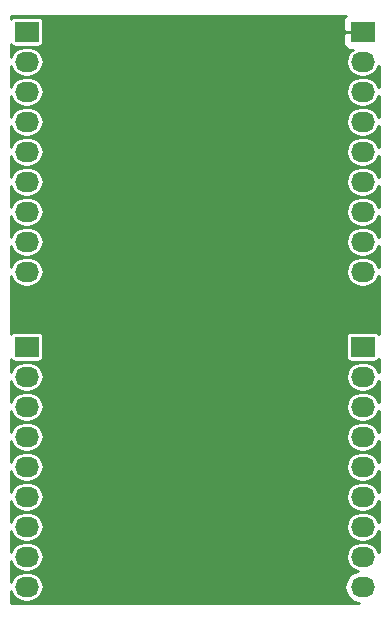
<source format=gbr>
G04 #@! TF.FileFunction,Copper,L2,Bot,Signal*
%FSLAX46Y46*%
G04 Gerber Fmt 4.6, Leading zero omitted, Abs format (unit mm)*
G04 Created by KiCad (PCBNEW (2015-07-25 BZR 5993)-product) date Fri 31 Jul 2015 06:39:50 PM PDT*
%MOMM*%
G01*
G04 APERTURE LIST*
%ADD10C,0.100000*%
%ADD11R,2.032000X1.727200*%
%ADD12O,2.032000X1.727200*%
%ADD13C,0.600000*%
%ADD14C,0.254000*%
G04 APERTURE END LIST*
D10*
D11*
X193294000Y-54356000D03*
D12*
X193294000Y-56896000D03*
X193294000Y-59436000D03*
X193294000Y-61976000D03*
X193294000Y-64516000D03*
X193294000Y-67056000D03*
X193294000Y-69596000D03*
X193294000Y-72136000D03*
X193294000Y-74676000D03*
D11*
X193294000Y-81026000D03*
D12*
X193294000Y-83566000D03*
X193294000Y-86106000D03*
X193294000Y-88646000D03*
X193294000Y-91186000D03*
X193294000Y-93726000D03*
X193294000Y-96266000D03*
X193294000Y-98806000D03*
X193294000Y-101346000D03*
D11*
X221742000Y-54356000D03*
D12*
X221742000Y-56896000D03*
X221742000Y-59436000D03*
X221742000Y-61976000D03*
X221742000Y-64516000D03*
X221742000Y-67056000D03*
X221742000Y-69596000D03*
X221742000Y-72136000D03*
X221742000Y-74676000D03*
D11*
X221742000Y-81026000D03*
D12*
X221742000Y-83566000D03*
X221742000Y-86106000D03*
X221742000Y-88646000D03*
X221742000Y-91186000D03*
X221742000Y-93726000D03*
X221742000Y-96266000D03*
X221742000Y-98806000D03*
X221742000Y-101346000D03*
D13*
X207010000Y-77978000D03*
X206502000Y-88646000D03*
X195834000Y-73914000D03*
X199136000Y-86614000D03*
D14*
G36*
X220187673Y-53132701D02*
X220091000Y-53366090D01*
X220091000Y-54184550D01*
X220249750Y-54343300D01*
X221729300Y-54343300D01*
X221729300Y-54323300D01*
X221754700Y-54323300D01*
X221754700Y-54343300D01*
X221774700Y-54343300D01*
X221774700Y-54368700D01*
X221754700Y-54368700D01*
X221754700Y-54388700D01*
X221729300Y-54388700D01*
X221729300Y-54368700D01*
X220249750Y-54368700D01*
X220091000Y-54527450D01*
X220091000Y-55345910D01*
X220187673Y-55579299D01*
X220366302Y-55757927D01*
X220599691Y-55854600D01*
X220923621Y-55854600D01*
X220682166Y-56015935D01*
X220412371Y-56419712D01*
X220317631Y-56896000D01*
X220412371Y-57372288D01*
X220682166Y-57776065D01*
X221085943Y-58045860D01*
X221562231Y-58140600D01*
X221921769Y-58140600D01*
X222398057Y-58045860D01*
X222801834Y-57776065D01*
X223071629Y-57372288D01*
X223089000Y-57284958D01*
X223089000Y-59047042D01*
X223071629Y-58959712D01*
X222801834Y-58555935D01*
X222398057Y-58286140D01*
X221921769Y-58191400D01*
X221562231Y-58191400D01*
X221085943Y-58286140D01*
X220682166Y-58555935D01*
X220412371Y-58959712D01*
X220317631Y-59436000D01*
X220412371Y-59912288D01*
X220682166Y-60316065D01*
X221085943Y-60585860D01*
X221562231Y-60680600D01*
X221921769Y-60680600D01*
X222398057Y-60585860D01*
X222801834Y-60316065D01*
X223071629Y-59912288D01*
X223089000Y-59824958D01*
X223089000Y-61587042D01*
X223071629Y-61499712D01*
X222801834Y-61095935D01*
X222398057Y-60826140D01*
X221921769Y-60731400D01*
X221562231Y-60731400D01*
X221085943Y-60826140D01*
X220682166Y-61095935D01*
X220412371Y-61499712D01*
X220317631Y-61976000D01*
X220412371Y-62452288D01*
X220682166Y-62856065D01*
X221085943Y-63125860D01*
X221562231Y-63220600D01*
X221921769Y-63220600D01*
X222398057Y-63125860D01*
X222801834Y-62856065D01*
X223071629Y-62452288D01*
X223089000Y-62364958D01*
X223089000Y-64127042D01*
X223071629Y-64039712D01*
X222801834Y-63635935D01*
X222398057Y-63366140D01*
X221921769Y-63271400D01*
X221562231Y-63271400D01*
X221085943Y-63366140D01*
X220682166Y-63635935D01*
X220412371Y-64039712D01*
X220317631Y-64516000D01*
X220412371Y-64992288D01*
X220682166Y-65396065D01*
X221085943Y-65665860D01*
X221562231Y-65760600D01*
X221921769Y-65760600D01*
X222398057Y-65665860D01*
X222801834Y-65396065D01*
X223071629Y-64992288D01*
X223089000Y-64904958D01*
X223089000Y-66667042D01*
X223071629Y-66579712D01*
X222801834Y-66175935D01*
X222398057Y-65906140D01*
X221921769Y-65811400D01*
X221562231Y-65811400D01*
X221085943Y-65906140D01*
X220682166Y-66175935D01*
X220412371Y-66579712D01*
X220317631Y-67056000D01*
X220412371Y-67532288D01*
X220682166Y-67936065D01*
X221085943Y-68205860D01*
X221562231Y-68300600D01*
X221921769Y-68300600D01*
X222398057Y-68205860D01*
X222801834Y-67936065D01*
X223071629Y-67532288D01*
X223089000Y-67444958D01*
X223089000Y-69207042D01*
X223071629Y-69119712D01*
X222801834Y-68715935D01*
X222398057Y-68446140D01*
X221921769Y-68351400D01*
X221562231Y-68351400D01*
X221085943Y-68446140D01*
X220682166Y-68715935D01*
X220412371Y-69119712D01*
X220317631Y-69596000D01*
X220412371Y-70072288D01*
X220682166Y-70476065D01*
X221085943Y-70745860D01*
X221562231Y-70840600D01*
X221921769Y-70840600D01*
X222398057Y-70745860D01*
X222801834Y-70476065D01*
X223071629Y-70072288D01*
X223089000Y-69984958D01*
X223089000Y-71747042D01*
X223071629Y-71659712D01*
X222801834Y-71255935D01*
X222398057Y-70986140D01*
X221921769Y-70891400D01*
X221562231Y-70891400D01*
X221085943Y-70986140D01*
X220682166Y-71255935D01*
X220412371Y-71659712D01*
X220317631Y-72136000D01*
X220412371Y-72612288D01*
X220682166Y-73016065D01*
X221085943Y-73285860D01*
X221562231Y-73380600D01*
X221921769Y-73380600D01*
X222398057Y-73285860D01*
X222801834Y-73016065D01*
X223071629Y-72612288D01*
X223089000Y-72524958D01*
X223089000Y-74287042D01*
X223071629Y-74199712D01*
X222801834Y-73795935D01*
X222398057Y-73526140D01*
X221921769Y-73431400D01*
X221562231Y-73431400D01*
X221085943Y-73526140D01*
X220682166Y-73795935D01*
X220412371Y-74199712D01*
X220317631Y-74676000D01*
X220412371Y-75152288D01*
X220682166Y-75556065D01*
X221085943Y-75825860D01*
X221562231Y-75920600D01*
X221921769Y-75920600D01*
X222398057Y-75825860D01*
X222801834Y-75556065D01*
X223071629Y-75152288D01*
X223089000Y-75064958D01*
X223089000Y-79972556D01*
X223034404Y-79889444D01*
X222907784Y-79803974D01*
X222758000Y-79773936D01*
X220726000Y-79773936D01*
X220580726Y-79802122D01*
X220453044Y-79885996D01*
X220367574Y-80012616D01*
X220337536Y-80162400D01*
X220337536Y-81889600D01*
X220365722Y-82034874D01*
X220449596Y-82162556D01*
X220576216Y-82248026D01*
X220726000Y-82278064D01*
X222758000Y-82278064D01*
X222903274Y-82249878D01*
X223030956Y-82166004D01*
X223089000Y-82080014D01*
X223089000Y-83177042D01*
X223071629Y-83089712D01*
X222801834Y-82685935D01*
X222398057Y-82416140D01*
X221921769Y-82321400D01*
X221562231Y-82321400D01*
X221085943Y-82416140D01*
X220682166Y-82685935D01*
X220412371Y-83089712D01*
X220317631Y-83566000D01*
X220412371Y-84042288D01*
X220682166Y-84446065D01*
X221085943Y-84715860D01*
X221562231Y-84810600D01*
X221921769Y-84810600D01*
X222398057Y-84715860D01*
X222801834Y-84446065D01*
X223071629Y-84042288D01*
X223089000Y-83954958D01*
X223089000Y-85717042D01*
X223071629Y-85629712D01*
X222801834Y-85225935D01*
X222398057Y-84956140D01*
X221921769Y-84861400D01*
X221562231Y-84861400D01*
X221085943Y-84956140D01*
X220682166Y-85225935D01*
X220412371Y-85629712D01*
X220317631Y-86106000D01*
X220412371Y-86582288D01*
X220682166Y-86986065D01*
X221085943Y-87255860D01*
X221562231Y-87350600D01*
X221921769Y-87350600D01*
X222398057Y-87255860D01*
X222801834Y-86986065D01*
X223071629Y-86582288D01*
X223089000Y-86494958D01*
X223089000Y-88257042D01*
X223071629Y-88169712D01*
X222801834Y-87765935D01*
X222398057Y-87496140D01*
X221921769Y-87401400D01*
X221562231Y-87401400D01*
X221085943Y-87496140D01*
X220682166Y-87765935D01*
X220412371Y-88169712D01*
X220317631Y-88646000D01*
X220412371Y-89122288D01*
X220682166Y-89526065D01*
X221085943Y-89795860D01*
X221562231Y-89890600D01*
X221921769Y-89890600D01*
X222398057Y-89795860D01*
X222801834Y-89526065D01*
X223071629Y-89122288D01*
X223089000Y-89034958D01*
X223089000Y-90797042D01*
X223071629Y-90709712D01*
X222801834Y-90305935D01*
X222398057Y-90036140D01*
X221921769Y-89941400D01*
X221562231Y-89941400D01*
X221085943Y-90036140D01*
X220682166Y-90305935D01*
X220412371Y-90709712D01*
X220317631Y-91186000D01*
X220412371Y-91662288D01*
X220682166Y-92066065D01*
X221085943Y-92335860D01*
X221562231Y-92430600D01*
X221921769Y-92430600D01*
X222398057Y-92335860D01*
X222801834Y-92066065D01*
X223071629Y-91662288D01*
X223089000Y-91574958D01*
X223089000Y-93337042D01*
X223071629Y-93249712D01*
X222801834Y-92845935D01*
X222398057Y-92576140D01*
X221921769Y-92481400D01*
X221562231Y-92481400D01*
X221085943Y-92576140D01*
X220682166Y-92845935D01*
X220412371Y-93249712D01*
X220317631Y-93726000D01*
X220412371Y-94202288D01*
X220682166Y-94606065D01*
X221085943Y-94875860D01*
X221562231Y-94970600D01*
X221921769Y-94970600D01*
X222398057Y-94875860D01*
X222801834Y-94606065D01*
X223071629Y-94202288D01*
X223089000Y-94114958D01*
X223089000Y-95877042D01*
X223071629Y-95789712D01*
X222801834Y-95385935D01*
X222398057Y-95116140D01*
X221921769Y-95021400D01*
X221562231Y-95021400D01*
X221085943Y-95116140D01*
X220682166Y-95385935D01*
X220412371Y-95789712D01*
X220317631Y-96266000D01*
X220412371Y-96742288D01*
X220682166Y-97146065D01*
X221085943Y-97415860D01*
X221562231Y-97510600D01*
X221921769Y-97510600D01*
X222398057Y-97415860D01*
X222801834Y-97146065D01*
X223071629Y-96742288D01*
X223089000Y-96654958D01*
X223089000Y-98417042D01*
X223071629Y-98329712D01*
X222801834Y-97925935D01*
X222398057Y-97656140D01*
X221921769Y-97561400D01*
X221562231Y-97561400D01*
X221085943Y-97656140D01*
X220682166Y-97925935D01*
X220412371Y-98329712D01*
X220317631Y-98806000D01*
X220412371Y-99282288D01*
X220682166Y-99686065D01*
X221085943Y-99955860D01*
X221369446Y-100012252D01*
X221034854Y-100078807D01*
X220589875Y-100376132D01*
X220292550Y-100821111D01*
X220188143Y-101346000D01*
X220292550Y-101870889D01*
X220589875Y-102315868D01*
X221034854Y-102613193D01*
X221436071Y-102693000D01*
X191947000Y-102693000D01*
X191947000Y-101734958D01*
X191964371Y-101822288D01*
X192234166Y-102226065D01*
X192637943Y-102495860D01*
X193114231Y-102590600D01*
X193473769Y-102590600D01*
X193950057Y-102495860D01*
X194353834Y-102226065D01*
X194623629Y-101822288D01*
X194718369Y-101346000D01*
X194623629Y-100869712D01*
X194353834Y-100465935D01*
X193950057Y-100196140D01*
X193473769Y-100101400D01*
X193114231Y-100101400D01*
X192637943Y-100196140D01*
X192234166Y-100465935D01*
X191964371Y-100869712D01*
X191947000Y-100957042D01*
X191947000Y-99194958D01*
X191964371Y-99282288D01*
X192234166Y-99686065D01*
X192637943Y-99955860D01*
X193114231Y-100050600D01*
X193473769Y-100050600D01*
X193950057Y-99955860D01*
X194353834Y-99686065D01*
X194623629Y-99282288D01*
X194718369Y-98806000D01*
X194623629Y-98329712D01*
X194353834Y-97925935D01*
X193950057Y-97656140D01*
X193473769Y-97561400D01*
X193114231Y-97561400D01*
X192637943Y-97656140D01*
X192234166Y-97925935D01*
X191964371Y-98329712D01*
X191947000Y-98417042D01*
X191947000Y-96654958D01*
X191964371Y-96742288D01*
X192234166Y-97146065D01*
X192637943Y-97415860D01*
X193114231Y-97510600D01*
X193473769Y-97510600D01*
X193950057Y-97415860D01*
X194353834Y-97146065D01*
X194623629Y-96742288D01*
X194718369Y-96266000D01*
X194623629Y-95789712D01*
X194353834Y-95385935D01*
X193950057Y-95116140D01*
X193473769Y-95021400D01*
X193114231Y-95021400D01*
X192637943Y-95116140D01*
X192234166Y-95385935D01*
X191964371Y-95789712D01*
X191947000Y-95877042D01*
X191947000Y-94114958D01*
X191964371Y-94202288D01*
X192234166Y-94606065D01*
X192637943Y-94875860D01*
X193114231Y-94970600D01*
X193473769Y-94970600D01*
X193950057Y-94875860D01*
X194353834Y-94606065D01*
X194623629Y-94202288D01*
X194718369Y-93726000D01*
X194623629Y-93249712D01*
X194353834Y-92845935D01*
X193950057Y-92576140D01*
X193473769Y-92481400D01*
X193114231Y-92481400D01*
X192637943Y-92576140D01*
X192234166Y-92845935D01*
X191964371Y-93249712D01*
X191947000Y-93337042D01*
X191947000Y-91574958D01*
X191964371Y-91662288D01*
X192234166Y-92066065D01*
X192637943Y-92335860D01*
X193114231Y-92430600D01*
X193473769Y-92430600D01*
X193950057Y-92335860D01*
X194353834Y-92066065D01*
X194623629Y-91662288D01*
X194718369Y-91186000D01*
X194623629Y-90709712D01*
X194353834Y-90305935D01*
X193950057Y-90036140D01*
X193473769Y-89941400D01*
X193114231Y-89941400D01*
X192637943Y-90036140D01*
X192234166Y-90305935D01*
X191964371Y-90709712D01*
X191947000Y-90797042D01*
X191947000Y-89034958D01*
X191964371Y-89122288D01*
X192234166Y-89526065D01*
X192637943Y-89795860D01*
X193114231Y-89890600D01*
X193473769Y-89890600D01*
X193950057Y-89795860D01*
X194353834Y-89526065D01*
X194623629Y-89122288D01*
X194718369Y-88646000D01*
X194623629Y-88169712D01*
X194353834Y-87765935D01*
X193950057Y-87496140D01*
X193473769Y-87401400D01*
X193114231Y-87401400D01*
X192637943Y-87496140D01*
X192234166Y-87765935D01*
X191964371Y-88169712D01*
X191947000Y-88257042D01*
X191947000Y-86494958D01*
X191964371Y-86582288D01*
X192234166Y-86986065D01*
X192637943Y-87255860D01*
X193114231Y-87350600D01*
X193473769Y-87350600D01*
X193950057Y-87255860D01*
X194353834Y-86986065D01*
X194623629Y-86582288D01*
X194718369Y-86106000D01*
X194623629Y-85629712D01*
X194353834Y-85225935D01*
X193950057Y-84956140D01*
X193473769Y-84861400D01*
X193114231Y-84861400D01*
X192637943Y-84956140D01*
X192234166Y-85225935D01*
X191964371Y-85629712D01*
X191947000Y-85717042D01*
X191947000Y-83954958D01*
X191964371Y-84042288D01*
X192234166Y-84446065D01*
X192637943Y-84715860D01*
X193114231Y-84810600D01*
X193473769Y-84810600D01*
X193950057Y-84715860D01*
X194353834Y-84446065D01*
X194623629Y-84042288D01*
X194718369Y-83566000D01*
X194623629Y-83089712D01*
X194353834Y-82685935D01*
X193950057Y-82416140D01*
X193473769Y-82321400D01*
X193114231Y-82321400D01*
X192637943Y-82416140D01*
X192234166Y-82685935D01*
X191964371Y-83089712D01*
X191947000Y-83177042D01*
X191947000Y-82079444D01*
X192001596Y-82162556D01*
X192128216Y-82248026D01*
X192278000Y-82278064D01*
X194310000Y-82278064D01*
X194455274Y-82249878D01*
X194582956Y-82166004D01*
X194668426Y-82039384D01*
X194698464Y-81889600D01*
X194698464Y-80162400D01*
X194670278Y-80017126D01*
X194586404Y-79889444D01*
X194459784Y-79803974D01*
X194310000Y-79773936D01*
X192278000Y-79773936D01*
X192132726Y-79802122D01*
X192005044Y-79885996D01*
X191947000Y-79971986D01*
X191947000Y-75064958D01*
X191964371Y-75152288D01*
X192234166Y-75556065D01*
X192637943Y-75825860D01*
X193114231Y-75920600D01*
X193473769Y-75920600D01*
X193950057Y-75825860D01*
X194353834Y-75556065D01*
X194623629Y-75152288D01*
X194718369Y-74676000D01*
X194623629Y-74199712D01*
X194353834Y-73795935D01*
X193950057Y-73526140D01*
X193473769Y-73431400D01*
X193114231Y-73431400D01*
X192637943Y-73526140D01*
X192234166Y-73795935D01*
X191964371Y-74199712D01*
X191947000Y-74287042D01*
X191947000Y-72524958D01*
X191964371Y-72612288D01*
X192234166Y-73016065D01*
X192637943Y-73285860D01*
X193114231Y-73380600D01*
X193473769Y-73380600D01*
X193950057Y-73285860D01*
X194353834Y-73016065D01*
X194623629Y-72612288D01*
X194718369Y-72136000D01*
X194623629Y-71659712D01*
X194353834Y-71255935D01*
X193950057Y-70986140D01*
X193473769Y-70891400D01*
X193114231Y-70891400D01*
X192637943Y-70986140D01*
X192234166Y-71255935D01*
X191964371Y-71659712D01*
X191947000Y-71747042D01*
X191947000Y-69984958D01*
X191964371Y-70072288D01*
X192234166Y-70476065D01*
X192637943Y-70745860D01*
X193114231Y-70840600D01*
X193473769Y-70840600D01*
X193950057Y-70745860D01*
X194353834Y-70476065D01*
X194623629Y-70072288D01*
X194718369Y-69596000D01*
X194623629Y-69119712D01*
X194353834Y-68715935D01*
X193950057Y-68446140D01*
X193473769Y-68351400D01*
X193114231Y-68351400D01*
X192637943Y-68446140D01*
X192234166Y-68715935D01*
X191964371Y-69119712D01*
X191947000Y-69207042D01*
X191947000Y-67444958D01*
X191964371Y-67532288D01*
X192234166Y-67936065D01*
X192637943Y-68205860D01*
X193114231Y-68300600D01*
X193473769Y-68300600D01*
X193950057Y-68205860D01*
X194353834Y-67936065D01*
X194623629Y-67532288D01*
X194718369Y-67056000D01*
X194623629Y-66579712D01*
X194353834Y-66175935D01*
X193950057Y-65906140D01*
X193473769Y-65811400D01*
X193114231Y-65811400D01*
X192637943Y-65906140D01*
X192234166Y-66175935D01*
X191964371Y-66579712D01*
X191947000Y-66667042D01*
X191947000Y-64904958D01*
X191964371Y-64992288D01*
X192234166Y-65396065D01*
X192637943Y-65665860D01*
X193114231Y-65760600D01*
X193473769Y-65760600D01*
X193950057Y-65665860D01*
X194353834Y-65396065D01*
X194623629Y-64992288D01*
X194718369Y-64516000D01*
X194623629Y-64039712D01*
X194353834Y-63635935D01*
X193950057Y-63366140D01*
X193473769Y-63271400D01*
X193114231Y-63271400D01*
X192637943Y-63366140D01*
X192234166Y-63635935D01*
X191964371Y-64039712D01*
X191947000Y-64127042D01*
X191947000Y-62364958D01*
X191964371Y-62452288D01*
X192234166Y-62856065D01*
X192637943Y-63125860D01*
X193114231Y-63220600D01*
X193473769Y-63220600D01*
X193950057Y-63125860D01*
X194353834Y-62856065D01*
X194623629Y-62452288D01*
X194718369Y-61976000D01*
X194623629Y-61499712D01*
X194353834Y-61095935D01*
X193950057Y-60826140D01*
X193473769Y-60731400D01*
X193114231Y-60731400D01*
X192637943Y-60826140D01*
X192234166Y-61095935D01*
X191964371Y-61499712D01*
X191947000Y-61587042D01*
X191947000Y-59824958D01*
X191964371Y-59912288D01*
X192234166Y-60316065D01*
X192637943Y-60585860D01*
X193114231Y-60680600D01*
X193473769Y-60680600D01*
X193950057Y-60585860D01*
X194353834Y-60316065D01*
X194623629Y-59912288D01*
X194718369Y-59436000D01*
X194623629Y-58959712D01*
X194353834Y-58555935D01*
X193950057Y-58286140D01*
X193473769Y-58191400D01*
X193114231Y-58191400D01*
X192637943Y-58286140D01*
X192234166Y-58555935D01*
X191964371Y-58959712D01*
X191947000Y-59047042D01*
X191947000Y-57284958D01*
X191964371Y-57372288D01*
X192234166Y-57776065D01*
X192637943Y-58045860D01*
X193114231Y-58140600D01*
X193473769Y-58140600D01*
X193950057Y-58045860D01*
X194353834Y-57776065D01*
X194623629Y-57372288D01*
X194718369Y-56896000D01*
X194623629Y-56419712D01*
X194353834Y-56015935D01*
X193950057Y-55746140D01*
X193473769Y-55651400D01*
X193114231Y-55651400D01*
X192637943Y-55746140D01*
X192234166Y-56015935D01*
X191964371Y-56419712D01*
X191947000Y-56507042D01*
X191947000Y-55409444D01*
X192001596Y-55492556D01*
X192128216Y-55578026D01*
X192278000Y-55608064D01*
X194310000Y-55608064D01*
X194455274Y-55579878D01*
X194582956Y-55496004D01*
X194668426Y-55369384D01*
X194698464Y-55219600D01*
X194698464Y-53492400D01*
X194670278Y-53347126D01*
X194586404Y-53219444D01*
X194459784Y-53133974D01*
X194310000Y-53103936D01*
X192278000Y-53103936D01*
X192132726Y-53132122D01*
X192005044Y-53215996D01*
X191947000Y-53301986D01*
X191947000Y-53009000D01*
X220311375Y-53009000D01*
X220187673Y-53132701D01*
X220187673Y-53132701D01*
G37*
X220187673Y-53132701D02*
X220091000Y-53366090D01*
X220091000Y-54184550D01*
X220249750Y-54343300D01*
X221729300Y-54343300D01*
X221729300Y-54323300D01*
X221754700Y-54323300D01*
X221754700Y-54343300D01*
X221774700Y-54343300D01*
X221774700Y-54368700D01*
X221754700Y-54368700D01*
X221754700Y-54388700D01*
X221729300Y-54388700D01*
X221729300Y-54368700D01*
X220249750Y-54368700D01*
X220091000Y-54527450D01*
X220091000Y-55345910D01*
X220187673Y-55579299D01*
X220366302Y-55757927D01*
X220599691Y-55854600D01*
X220923621Y-55854600D01*
X220682166Y-56015935D01*
X220412371Y-56419712D01*
X220317631Y-56896000D01*
X220412371Y-57372288D01*
X220682166Y-57776065D01*
X221085943Y-58045860D01*
X221562231Y-58140600D01*
X221921769Y-58140600D01*
X222398057Y-58045860D01*
X222801834Y-57776065D01*
X223071629Y-57372288D01*
X223089000Y-57284958D01*
X223089000Y-59047042D01*
X223071629Y-58959712D01*
X222801834Y-58555935D01*
X222398057Y-58286140D01*
X221921769Y-58191400D01*
X221562231Y-58191400D01*
X221085943Y-58286140D01*
X220682166Y-58555935D01*
X220412371Y-58959712D01*
X220317631Y-59436000D01*
X220412371Y-59912288D01*
X220682166Y-60316065D01*
X221085943Y-60585860D01*
X221562231Y-60680600D01*
X221921769Y-60680600D01*
X222398057Y-60585860D01*
X222801834Y-60316065D01*
X223071629Y-59912288D01*
X223089000Y-59824958D01*
X223089000Y-61587042D01*
X223071629Y-61499712D01*
X222801834Y-61095935D01*
X222398057Y-60826140D01*
X221921769Y-60731400D01*
X221562231Y-60731400D01*
X221085943Y-60826140D01*
X220682166Y-61095935D01*
X220412371Y-61499712D01*
X220317631Y-61976000D01*
X220412371Y-62452288D01*
X220682166Y-62856065D01*
X221085943Y-63125860D01*
X221562231Y-63220600D01*
X221921769Y-63220600D01*
X222398057Y-63125860D01*
X222801834Y-62856065D01*
X223071629Y-62452288D01*
X223089000Y-62364958D01*
X223089000Y-64127042D01*
X223071629Y-64039712D01*
X222801834Y-63635935D01*
X222398057Y-63366140D01*
X221921769Y-63271400D01*
X221562231Y-63271400D01*
X221085943Y-63366140D01*
X220682166Y-63635935D01*
X220412371Y-64039712D01*
X220317631Y-64516000D01*
X220412371Y-64992288D01*
X220682166Y-65396065D01*
X221085943Y-65665860D01*
X221562231Y-65760600D01*
X221921769Y-65760600D01*
X222398057Y-65665860D01*
X222801834Y-65396065D01*
X223071629Y-64992288D01*
X223089000Y-64904958D01*
X223089000Y-66667042D01*
X223071629Y-66579712D01*
X222801834Y-66175935D01*
X222398057Y-65906140D01*
X221921769Y-65811400D01*
X221562231Y-65811400D01*
X221085943Y-65906140D01*
X220682166Y-66175935D01*
X220412371Y-66579712D01*
X220317631Y-67056000D01*
X220412371Y-67532288D01*
X220682166Y-67936065D01*
X221085943Y-68205860D01*
X221562231Y-68300600D01*
X221921769Y-68300600D01*
X222398057Y-68205860D01*
X222801834Y-67936065D01*
X223071629Y-67532288D01*
X223089000Y-67444958D01*
X223089000Y-69207042D01*
X223071629Y-69119712D01*
X222801834Y-68715935D01*
X222398057Y-68446140D01*
X221921769Y-68351400D01*
X221562231Y-68351400D01*
X221085943Y-68446140D01*
X220682166Y-68715935D01*
X220412371Y-69119712D01*
X220317631Y-69596000D01*
X220412371Y-70072288D01*
X220682166Y-70476065D01*
X221085943Y-70745860D01*
X221562231Y-70840600D01*
X221921769Y-70840600D01*
X222398057Y-70745860D01*
X222801834Y-70476065D01*
X223071629Y-70072288D01*
X223089000Y-69984958D01*
X223089000Y-71747042D01*
X223071629Y-71659712D01*
X222801834Y-71255935D01*
X222398057Y-70986140D01*
X221921769Y-70891400D01*
X221562231Y-70891400D01*
X221085943Y-70986140D01*
X220682166Y-71255935D01*
X220412371Y-71659712D01*
X220317631Y-72136000D01*
X220412371Y-72612288D01*
X220682166Y-73016065D01*
X221085943Y-73285860D01*
X221562231Y-73380600D01*
X221921769Y-73380600D01*
X222398057Y-73285860D01*
X222801834Y-73016065D01*
X223071629Y-72612288D01*
X223089000Y-72524958D01*
X223089000Y-74287042D01*
X223071629Y-74199712D01*
X222801834Y-73795935D01*
X222398057Y-73526140D01*
X221921769Y-73431400D01*
X221562231Y-73431400D01*
X221085943Y-73526140D01*
X220682166Y-73795935D01*
X220412371Y-74199712D01*
X220317631Y-74676000D01*
X220412371Y-75152288D01*
X220682166Y-75556065D01*
X221085943Y-75825860D01*
X221562231Y-75920600D01*
X221921769Y-75920600D01*
X222398057Y-75825860D01*
X222801834Y-75556065D01*
X223071629Y-75152288D01*
X223089000Y-75064958D01*
X223089000Y-79972556D01*
X223034404Y-79889444D01*
X222907784Y-79803974D01*
X222758000Y-79773936D01*
X220726000Y-79773936D01*
X220580726Y-79802122D01*
X220453044Y-79885996D01*
X220367574Y-80012616D01*
X220337536Y-80162400D01*
X220337536Y-81889600D01*
X220365722Y-82034874D01*
X220449596Y-82162556D01*
X220576216Y-82248026D01*
X220726000Y-82278064D01*
X222758000Y-82278064D01*
X222903274Y-82249878D01*
X223030956Y-82166004D01*
X223089000Y-82080014D01*
X223089000Y-83177042D01*
X223071629Y-83089712D01*
X222801834Y-82685935D01*
X222398057Y-82416140D01*
X221921769Y-82321400D01*
X221562231Y-82321400D01*
X221085943Y-82416140D01*
X220682166Y-82685935D01*
X220412371Y-83089712D01*
X220317631Y-83566000D01*
X220412371Y-84042288D01*
X220682166Y-84446065D01*
X221085943Y-84715860D01*
X221562231Y-84810600D01*
X221921769Y-84810600D01*
X222398057Y-84715860D01*
X222801834Y-84446065D01*
X223071629Y-84042288D01*
X223089000Y-83954958D01*
X223089000Y-85717042D01*
X223071629Y-85629712D01*
X222801834Y-85225935D01*
X222398057Y-84956140D01*
X221921769Y-84861400D01*
X221562231Y-84861400D01*
X221085943Y-84956140D01*
X220682166Y-85225935D01*
X220412371Y-85629712D01*
X220317631Y-86106000D01*
X220412371Y-86582288D01*
X220682166Y-86986065D01*
X221085943Y-87255860D01*
X221562231Y-87350600D01*
X221921769Y-87350600D01*
X222398057Y-87255860D01*
X222801834Y-86986065D01*
X223071629Y-86582288D01*
X223089000Y-86494958D01*
X223089000Y-88257042D01*
X223071629Y-88169712D01*
X222801834Y-87765935D01*
X222398057Y-87496140D01*
X221921769Y-87401400D01*
X221562231Y-87401400D01*
X221085943Y-87496140D01*
X220682166Y-87765935D01*
X220412371Y-88169712D01*
X220317631Y-88646000D01*
X220412371Y-89122288D01*
X220682166Y-89526065D01*
X221085943Y-89795860D01*
X221562231Y-89890600D01*
X221921769Y-89890600D01*
X222398057Y-89795860D01*
X222801834Y-89526065D01*
X223071629Y-89122288D01*
X223089000Y-89034958D01*
X223089000Y-90797042D01*
X223071629Y-90709712D01*
X222801834Y-90305935D01*
X222398057Y-90036140D01*
X221921769Y-89941400D01*
X221562231Y-89941400D01*
X221085943Y-90036140D01*
X220682166Y-90305935D01*
X220412371Y-90709712D01*
X220317631Y-91186000D01*
X220412371Y-91662288D01*
X220682166Y-92066065D01*
X221085943Y-92335860D01*
X221562231Y-92430600D01*
X221921769Y-92430600D01*
X222398057Y-92335860D01*
X222801834Y-92066065D01*
X223071629Y-91662288D01*
X223089000Y-91574958D01*
X223089000Y-93337042D01*
X223071629Y-93249712D01*
X222801834Y-92845935D01*
X222398057Y-92576140D01*
X221921769Y-92481400D01*
X221562231Y-92481400D01*
X221085943Y-92576140D01*
X220682166Y-92845935D01*
X220412371Y-93249712D01*
X220317631Y-93726000D01*
X220412371Y-94202288D01*
X220682166Y-94606065D01*
X221085943Y-94875860D01*
X221562231Y-94970600D01*
X221921769Y-94970600D01*
X222398057Y-94875860D01*
X222801834Y-94606065D01*
X223071629Y-94202288D01*
X223089000Y-94114958D01*
X223089000Y-95877042D01*
X223071629Y-95789712D01*
X222801834Y-95385935D01*
X222398057Y-95116140D01*
X221921769Y-95021400D01*
X221562231Y-95021400D01*
X221085943Y-95116140D01*
X220682166Y-95385935D01*
X220412371Y-95789712D01*
X220317631Y-96266000D01*
X220412371Y-96742288D01*
X220682166Y-97146065D01*
X221085943Y-97415860D01*
X221562231Y-97510600D01*
X221921769Y-97510600D01*
X222398057Y-97415860D01*
X222801834Y-97146065D01*
X223071629Y-96742288D01*
X223089000Y-96654958D01*
X223089000Y-98417042D01*
X223071629Y-98329712D01*
X222801834Y-97925935D01*
X222398057Y-97656140D01*
X221921769Y-97561400D01*
X221562231Y-97561400D01*
X221085943Y-97656140D01*
X220682166Y-97925935D01*
X220412371Y-98329712D01*
X220317631Y-98806000D01*
X220412371Y-99282288D01*
X220682166Y-99686065D01*
X221085943Y-99955860D01*
X221369446Y-100012252D01*
X221034854Y-100078807D01*
X220589875Y-100376132D01*
X220292550Y-100821111D01*
X220188143Y-101346000D01*
X220292550Y-101870889D01*
X220589875Y-102315868D01*
X221034854Y-102613193D01*
X221436071Y-102693000D01*
X191947000Y-102693000D01*
X191947000Y-101734958D01*
X191964371Y-101822288D01*
X192234166Y-102226065D01*
X192637943Y-102495860D01*
X193114231Y-102590600D01*
X193473769Y-102590600D01*
X193950057Y-102495860D01*
X194353834Y-102226065D01*
X194623629Y-101822288D01*
X194718369Y-101346000D01*
X194623629Y-100869712D01*
X194353834Y-100465935D01*
X193950057Y-100196140D01*
X193473769Y-100101400D01*
X193114231Y-100101400D01*
X192637943Y-100196140D01*
X192234166Y-100465935D01*
X191964371Y-100869712D01*
X191947000Y-100957042D01*
X191947000Y-99194958D01*
X191964371Y-99282288D01*
X192234166Y-99686065D01*
X192637943Y-99955860D01*
X193114231Y-100050600D01*
X193473769Y-100050600D01*
X193950057Y-99955860D01*
X194353834Y-99686065D01*
X194623629Y-99282288D01*
X194718369Y-98806000D01*
X194623629Y-98329712D01*
X194353834Y-97925935D01*
X193950057Y-97656140D01*
X193473769Y-97561400D01*
X193114231Y-97561400D01*
X192637943Y-97656140D01*
X192234166Y-97925935D01*
X191964371Y-98329712D01*
X191947000Y-98417042D01*
X191947000Y-96654958D01*
X191964371Y-96742288D01*
X192234166Y-97146065D01*
X192637943Y-97415860D01*
X193114231Y-97510600D01*
X193473769Y-97510600D01*
X193950057Y-97415860D01*
X194353834Y-97146065D01*
X194623629Y-96742288D01*
X194718369Y-96266000D01*
X194623629Y-95789712D01*
X194353834Y-95385935D01*
X193950057Y-95116140D01*
X193473769Y-95021400D01*
X193114231Y-95021400D01*
X192637943Y-95116140D01*
X192234166Y-95385935D01*
X191964371Y-95789712D01*
X191947000Y-95877042D01*
X191947000Y-94114958D01*
X191964371Y-94202288D01*
X192234166Y-94606065D01*
X192637943Y-94875860D01*
X193114231Y-94970600D01*
X193473769Y-94970600D01*
X193950057Y-94875860D01*
X194353834Y-94606065D01*
X194623629Y-94202288D01*
X194718369Y-93726000D01*
X194623629Y-93249712D01*
X194353834Y-92845935D01*
X193950057Y-92576140D01*
X193473769Y-92481400D01*
X193114231Y-92481400D01*
X192637943Y-92576140D01*
X192234166Y-92845935D01*
X191964371Y-93249712D01*
X191947000Y-93337042D01*
X191947000Y-91574958D01*
X191964371Y-91662288D01*
X192234166Y-92066065D01*
X192637943Y-92335860D01*
X193114231Y-92430600D01*
X193473769Y-92430600D01*
X193950057Y-92335860D01*
X194353834Y-92066065D01*
X194623629Y-91662288D01*
X194718369Y-91186000D01*
X194623629Y-90709712D01*
X194353834Y-90305935D01*
X193950057Y-90036140D01*
X193473769Y-89941400D01*
X193114231Y-89941400D01*
X192637943Y-90036140D01*
X192234166Y-90305935D01*
X191964371Y-90709712D01*
X191947000Y-90797042D01*
X191947000Y-89034958D01*
X191964371Y-89122288D01*
X192234166Y-89526065D01*
X192637943Y-89795860D01*
X193114231Y-89890600D01*
X193473769Y-89890600D01*
X193950057Y-89795860D01*
X194353834Y-89526065D01*
X194623629Y-89122288D01*
X194718369Y-88646000D01*
X194623629Y-88169712D01*
X194353834Y-87765935D01*
X193950057Y-87496140D01*
X193473769Y-87401400D01*
X193114231Y-87401400D01*
X192637943Y-87496140D01*
X192234166Y-87765935D01*
X191964371Y-88169712D01*
X191947000Y-88257042D01*
X191947000Y-86494958D01*
X191964371Y-86582288D01*
X192234166Y-86986065D01*
X192637943Y-87255860D01*
X193114231Y-87350600D01*
X193473769Y-87350600D01*
X193950057Y-87255860D01*
X194353834Y-86986065D01*
X194623629Y-86582288D01*
X194718369Y-86106000D01*
X194623629Y-85629712D01*
X194353834Y-85225935D01*
X193950057Y-84956140D01*
X193473769Y-84861400D01*
X193114231Y-84861400D01*
X192637943Y-84956140D01*
X192234166Y-85225935D01*
X191964371Y-85629712D01*
X191947000Y-85717042D01*
X191947000Y-83954958D01*
X191964371Y-84042288D01*
X192234166Y-84446065D01*
X192637943Y-84715860D01*
X193114231Y-84810600D01*
X193473769Y-84810600D01*
X193950057Y-84715860D01*
X194353834Y-84446065D01*
X194623629Y-84042288D01*
X194718369Y-83566000D01*
X194623629Y-83089712D01*
X194353834Y-82685935D01*
X193950057Y-82416140D01*
X193473769Y-82321400D01*
X193114231Y-82321400D01*
X192637943Y-82416140D01*
X192234166Y-82685935D01*
X191964371Y-83089712D01*
X191947000Y-83177042D01*
X191947000Y-82079444D01*
X192001596Y-82162556D01*
X192128216Y-82248026D01*
X192278000Y-82278064D01*
X194310000Y-82278064D01*
X194455274Y-82249878D01*
X194582956Y-82166004D01*
X194668426Y-82039384D01*
X194698464Y-81889600D01*
X194698464Y-80162400D01*
X194670278Y-80017126D01*
X194586404Y-79889444D01*
X194459784Y-79803974D01*
X194310000Y-79773936D01*
X192278000Y-79773936D01*
X192132726Y-79802122D01*
X192005044Y-79885996D01*
X191947000Y-79971986D01*
X191947000Y-75064958D01*
X191964371Y-75152288D01*
X192234166Y-75556065D01*
X192637943Y-75825860D01*
X193114231Y-75920600D01*
X193473769Y-75920600D01*
X193950057Y-75825860D01*
X194353834Y-75556065D01*
X194623629Y-75152288D01*
X194718369Y-74676000D01*
X194623629Y-74199712D01*
X194353834Y-73795935D01*
X193950057Y-73526140D01*
X193473769Y-73431400D01*
X193114231Y-73431400D01*
X192637943Y-73526140D01*
X192234166Y-73795935D01*
X191964371Y-74199712D01*
X191947000Y-74287042D01*
X191947000Y-72524958D01*
X191964371Y-72612288D01*
X192234166Y-73016065D01*
X192637943Y-73285860D01*
X193114231Y-73380600D01*
X193473769Y-73380600D01*
X193950057Y-73285860D01*
X194353834Y-73016065D01*
X194623629Y-72612288D01*
X194718369Y-72136000D01*
X194623629Y-71659712D01*
X194353834Y-71255935D01*
X193950057Y-70986140D01*
X193473769Y-70891400D01*
X193114231Y-70891400D01*
X192637943Y-70986140D01*
X192234166Y-71255935D01*
X191964371Y-71659712D01*
X191947000Y-71747042D01*
X191947000Y-69984958D01*
X191964371Y-70072288D01*
X192234166Y-70476065D01*
X192637943Y-70745860D01*
X193114231Y-70840600D01*
X193473769Y-70840600D01*
X193950057Y-70745860D01*
X194353834Y-70476065D01*
X194623629Y-70072288D01*
X194718369Y-69596000D01*
X194623629Y-69119712D01*
X194353834Y-68715935D01*
X193950057Y-68446140D01*
X193473769Y-68351400D01*
X193114231Y-68351400D01*
X192637943Y-68446140D01*
X192234166Y-68715935D01*
X191964371Y-69119712D01*
X191947000Y-69207042D01*
X191947000Y-67444958D01*
X191964371Y-67532288D01*
X192234166Y-67936065D01*
X192637943Y-68205860D01*
X193114231Y-68300600D01*
X193473769Y-68300600D01*
X193950057Y-68205860D01*
X194353834Y-67936065D01*
X194623629Y-67532288D01*
X194718369Y-67056000D01*
X194623629Y-66579712D01*
X194353834Y-66175935D01*
X193950057Y-65906140D01*
X193473769Y-65811400D01*
X193114231Y-65811400D01*
X192637943Y-65906140D01*
X192234166Y-66175935D01*
X191964371Y-66579712D01*
X191947000Y-66667042D01*
X191947000Y-64904958D01*
X191964371Y-64992288D01*
X192234166Y-65396065D01*
X192637943Y-65665860D01*
X193114231Y-65760600D01*
X193473769Y-65760600D01*
X193950057Y-65665860D01*
X194353834Y-65396065D01*
X194623629Y-64992288D01*
X194718369Y-64516000D01*
X194623629Y-64039712D01*
X194353834Y-63635935D01*
X193950057Y-63366140D01*
X193473769Y-63271400D01*
X193114231Y-63271400D01*
X192637943Y-63366140D01*
X192234166Y-63635935D01*
X191964371Y-64039712D01*
X191947000Y-64127042D01*
X191947000Y-62364958D01*
X191964371Y-62452288D01*
X192234166Y-62856065D01*
X192637943Y-63125860D01*
X193114231Y-63220600D01*
X193473769Y-63220600D01*
X193950057Y-63125860D01*
X194353834Y-62856065D01*
X194623629Y-62452288D01*
X194718369Y-61976000D01*
X194623629Y-61499712D01*
X194353834Y-61095935D01*
X193950057Y-60826140D01*
X193473769Y-60731400D01*
X193114231Y-60731400D01*
X192637943Y-60826140D01*
X192234166Y-61095935D01*
X191964371Y-61499712D01*
X191947000Y-61587042D01*
X191947000Y-59824958D01*
X191964371Y-59912288D01*
X192234166Y-60316065D01*
X192637943Y-60585860D01*
X193114231Y-60680600D01*
X193473769Y-60680600D01*
X193950057Y-60585860D01*
X194353834Y-60316065D01*
X194623629Y-59912288D01*
X194718369Y-59436000D01*
X194623629Y-58959712D01*
X194353834Y-58555935D01*
X193950057Y-58286140D01*
X193473769Y-58191400D01*
X193114231Y-58191400D01*
X192637943Y-58286140D01*
X192234166Y-58555935D01*
X191964371Y-58959712D01*
X191947000Y-59047042D01*
X191947000Y-57284958D01*
X191964371Y-57372288D01*
X192234166Y-57776065D01*
X192637943Y-58045860D01*
X193114231Y-58140600D01*
X193473769Y-58140600D01*
X193950057Y-58045860D01*
X194353834Y-57776065D01*
X194623629Y-57372288D01*
X194718369Y-56896000D01*
X194623629Y-56419712D01*
X194353834Y-56015935D01*
X193950057Y-55746140D01*
X193473769Y-55651400D01*
X193114231Y-55651400D01*
X192637943Y-55746140D01*
X192234166Y-56015935D01*
X191964371Y-56419712D01*
X191947000Y-56507042D01*
X191947000Y-55409444D01*
X192001596Y-55492556D01*
X192128216Y-55578026D01*
X192278000Y-55608064D01*
X194310000Y-55608064D01*
X194455274Y-55579878D01*
X194582956Y-55496004D01*
X194668426Y-55369384D01*
X194698464Y-55219600D01*
X194698464Y-53492400D01*
X194670278Y-53347126D01*
X194586404Y-53219444D01*
X194459784Y-53133974D01*
X194310000Y-53103936D01*
X192278000Y-53103936D01*
X192132726Y-53132122D01*
X192005044Y-53215996D01*
X191947000Y-53301986D01*
X191947000Y-53009000D01*
X220311375Y-53009000D01*
X220187673Y-53132701D01*
M02*

</source>
